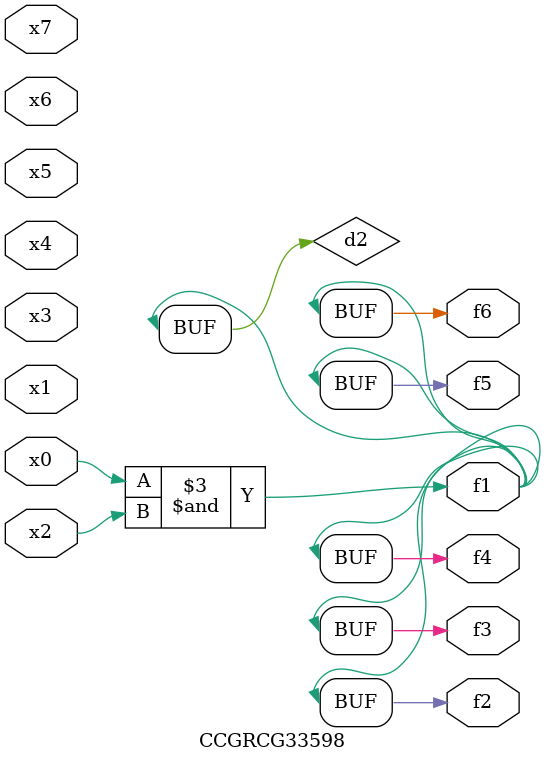
<source format=v>
module CCGRCG33598(
	input x0, x1, x2, x3, x4, x5, x6, x7,
	output f1, f2, f3, f4, f5, f6
);

	wire d1, d2;

	nor (d1, x3, x6);
	and (d2, x0, x2);
	assign f1 = d2;
	assign f2 = d2;
	assign f3 = d2;
	assign f4 = d2;
	assign f5 = d2;
	assign f6 = d2;
endmodule

</source>
